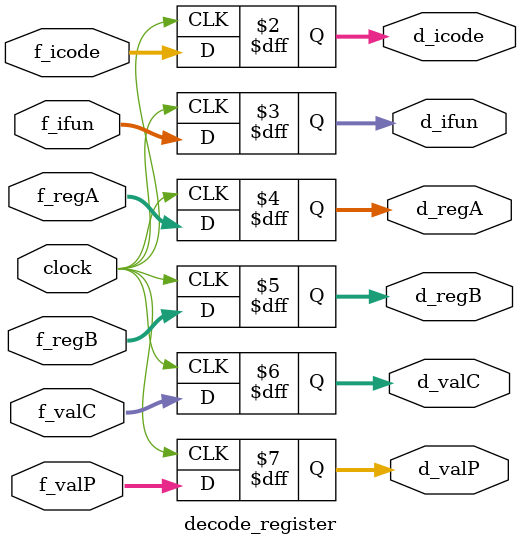
<source format=v>
`timescale 1ns / 1ps

module decode_register(f_icode,f_ifun,f_regA,f_regB,f_valC,f_valP,d_icode,d_ifun,d_regA,d_regB,d_valC,d_valP,clock);  
input clock;
input [3:0] f_icode,f_ifun,f_regA,f_regB;
input [63:0] f_valC;
input [63:0] f_valP;
output reg [3:0] d_icode,d_ifun,d_regA,d_regB;
output reg [63:0] d_valC,d_valP;

always@(posedge clock) begin
    d_icode <= f_icode;
    d_ifun <= f_ifun;
    d_regA <= f_regA;
    d_regB <= f_regB;
    d_valC <= f_valC;
    d_valP <= f_valP;
end
endmodule
</source>
